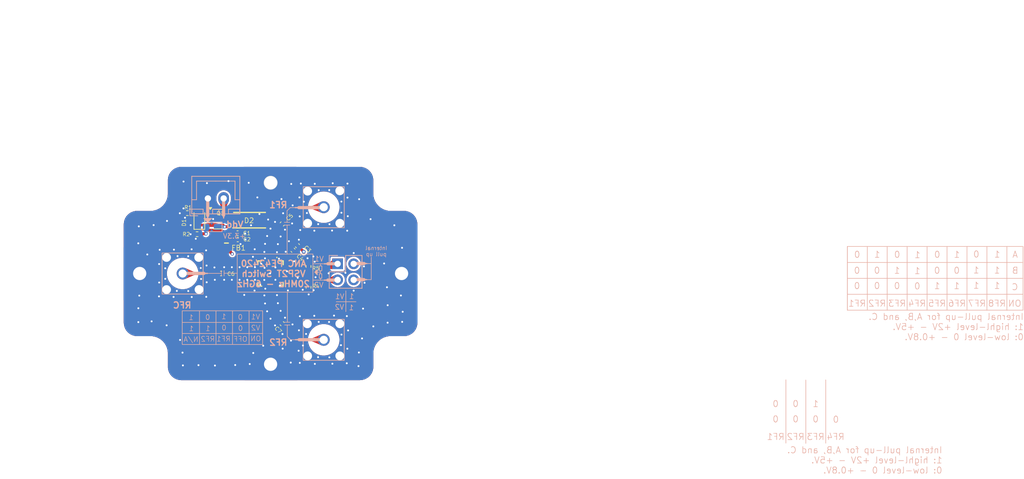
<source format=kicad_pcb>
(kicad_pcb (version 20240108) (generator "pcbnew") (generator_version "8.0")
  (layers (0 "F.Cu" signal) (1 "In1.Cu" signal) (2 "In2.Cu" signal) (31 "B.Cu" signal) (34 "B.Paste" user) (35 "F.Paste" user) (36 "B.SilkS" user "B.Silkscreen") (37 "F.SilkS" user "F.Silkscreen") (38 "B.Mask" user) (39 "F.Mask" user) (44 "Edge.Cuts" user))
  (net 0 "")
  (net 1 "Net-(C7-Pad1)")
  (net 2 "GND")
  (net 3 "Net-(D1-K)")
  (net 4 "Net-(IC1-RF2)")
  (net 5 "Net-(IC1-CTRL2)")
  (net 6 "Net-(C5-Pad1)")
  (net 7 "Net-(C6-Pad1)")
  (net 8 "Net-(IC1-CTRL1)")
  (net 9 "Net-(IC1-RFC)")
  (net 10 "Net-(IC1-RF1)")
  (net 11 "/VCC")
  (net 12 "Net-(D1-A)")
  (net 13 "Net-(D3-A)")
  (net 14 "Net-(J1-Pin_2)")
  (footprint "MUSIC_Lab:Outline_3x2_cavity_1.5mm" (layer "F.Cu") (at 193.868178 82.747485 180)
    (property "Reference" "U4" (hide yes))
    (property "Value" "~" (hide yes))
    (fp_circle (center 70.163748 -11.081921) (end 70.163748 -12.131921) (stroke (width 0.1)) (fill none) (layer "Edge.Cuts"))
    (fp_poly (pts (arc (start 53.907539 -10.683414) (mid 54.522614 -9.198523) (end 56.007491 -8.583414)) (arc (start 84.347539 -8.583413) (mid 85.832429 -9.198514) (end 86.447539 -10.683401)) (arc (start 86.447539 -12.783401) (mid 87.267035 -14.754369) (end 89.242316 -15.563414)) (arc (start 91.327539 -15.563414) (mid 92.812429 -16.178514) (end 93.427539 -17.663401)) (arc (start 93.427539 -33.319696) (mid 92.806647 -34.794049) (end 91.327491 -35.403414)) (arc (start 89.227491 -35.403414) (mid 87.26178 -36.217689) (end 86.447539 -38.183414)) (arc (start 86.447539 -40.266906) (mid 85.838239 -41.762457) (end 84.347491 -42.383415)) (arc (start 55.994958 -42.383414) (mid 54.518224 -41.763835) (end 53.907539 -40.283401)) (arc (start 53.907539 -38.1834) (mid 53.093262 -36.217681) (end 51.127539 -35.403414)) (arc (start 49.014958 -35.403414) (mid 47.538224 -34.783835) (end 46.927539 -33.303401)) (arc (start 46.927539 -17.663414) (mid 47.542614 -16.178523) (end 49.027491 -15.563414)) (arc (start 51.127391 -15.563414) (mid 53.086569 -14.755788) (end 53.907539 -12.802164))) (stroke (width 0.0001)) (fill none) (layer "Edge.Cuts"))
  )
  (footprint "Package_TO_SOT_SMD:SOT-23" (layer "F.Cu") (at 115.3027 99.592101)
    (property "Reference" "Q1")
    (property "Value" "Q_PMOS_GSD")
  )
  (footprint "MUSIC_Lab:TVS DIOM5226X230N" (layer "F.Cu") (at 120.280001 99.83)
    (property "Reference" "D2")
    (property "Value" "TVS SMAJ3.3A-TP" (hide yes))
  )
  (footprint "Diode_SMD:D_SOD-323" (layer "F.Cu") (at 112.410201 99.6146 90)
    (property "Reference" "D1")
    (property "Value" "D_Schottky")
  )
  (footprint "Resistor_SMD:R_0402_1005Metric" (layer "F.Cu") (at 129.710012 107.109483 -90)
    (property "Reference" "R5")
    (property "Value" "4.7K")
  )
  (footprint "Capacitor_SMD:C_0402_1005Metric" (layer "F.Cu") (at 115.860013 108.2309)
    (property "Reference" "C6")
    (property "Value" "100 pF")
  )
  (footprint "Resistor_SMD:R_0402_1005Metric" (layer "F.Cu") (at 129.710013 110.419483 90)
    (property "Reference" "R4")
    (property "Value" "4.7K")
  )
  (footprint "Resistor_SMD:R_0402_1005Metric" (layer "F.Cu") (at 110.5 98.65)
    (property "Reference" "R1")
    (property "Value" "10 kohm")
  )
  (footprint "Capacitor_SMD:C_0402_1005Metric" (layer "F.Cu") (at 127.252893 104.541249 -45)
    (property "Reference" "C4")
    (property "Value" "0.1nF")
  )
  (footprint "Capacitor_SMD:C_0402_1005Metric" (layer "F.Cu") (at 125.540012 100.369483 -135)
    (property "Reference" "C5")
    (property "Value" "100 pF")
  )
  (footprint "MUSIC_Lab:Bead0603 BEADC1608X100N" (layer "F.Cu") (at 116.700201 103.404601 -90)
    (property "Reference" "FB1")
    (property "Value" "Bead MG1608-152Y" (hide yes))
  )
  (footprint "Capacitor_SMD:C_0402_1005Metric" (layer "F.Cu") (at 118.460201 101.8246 180)
    (property "Reference" "C1")
    (property "Value" "10 uF")
  )
  (footprint "Capacitor_SMD:C_0402_1005Metric" (layer "F.Cu") (at 125.530012 116.189483 135)
    (property "Reference" "C7")
    (property "Value" "100 pF")
  )
  (footprint "MUSIC_Lab:Switch_PE42420FZ" (layer "F.Cu") (at 123.690638 108.230899 180)
    (property "Reference" "IC1" (hide yes))
    (property "Value" "Switch_PE42420F-Z" (hide yes))
  )
  (footprint "Capacitor_SMD:C_0402_1005Metric" (layer "F.Cu") (at 118.490201 102.8346 180)
    (property "Reference" "C2")
    (property "Value" "1uF")
  )
  (footprint "Resistor_SMD:R_0402_1005Metric" (layer "F.Cu") (at 112.05 101.99)
    (property "Reference" "R2")
    (property "Value" "10 kohm")
  )
  (footprint "Capacitor_SMD:C_0402_1005Metric" (layer "F.Cu") (at 127.96 103.82 -45)
    (property "Reference" "C3")
    (property "Value" "0.1 uF")
  )
  (footprint "Connector_PinSocket_2.54mm:PinSocket_2x02_P2.54mm_Vertical" (layer "B.Cu") (at 134.320012 106.699484 180)
    (property "Reference" "J4" (hide yes))
    (property "Value" "Conn_02x02_Odd_Even")
  )
  (footprint "MUSIC_Lab:SMA_KHD_Back" (layer "B.Cu") (at 109.760012 108.230899 180)
    (property "Reference" "SMA1" (hide yes))
    (property "Value" "~" (hide yes))
  )
  (footprint "MUSIC_Lab:SMA_KHD_Back" (layer "B.Cu") (at 132.120012 97.711483 -90)
    (property "Reference" "SMA3" (hide yes))
    (property "Value" "~" (hide yes))
  )
  (footprint "LED_SMD:LED_0603_1608Metric_Pad1.05x0.95mm_HandSolder" (layer "B.Cu") (at 114.355001 100.84 180)
    (property "Reference" "D3" (hide yes))
    (property "Value" "LED")
  )
  (footprint "Connector_JST:JST_XH_B2B-XH-A_1x02_P2.50mm_Vertical" (layer "B.Cu") (at 113.76 96.32)
    (property "Reference" "J1" (hide yes))
    (property "Value" "Conn_01x02_Pin")
  )
  (footprint "MUSIC_Lab:SMA_KHD_Back" (layer "B.Cu") (at 132.120013 118.749483)
    (property "Reference" "SMA4" (hide yes))
    (property "Value" "~" (hide yes))
  )
  (gr_line (start 205.360002 135.139999) (end 205.36 125.089999) (stroke (width 0.1)) (layer "B.SilkS"))
  (gr_line (start 116.330279 107.767945) (end 116.330278 108.617228) (stroke (width 0.1)) (layer "B.SilkS"))
  (gr_line (start 131.61 108.27) (end 131.61 107.8) (stroke (width 0.1)) (layer "B.SilkS"))
  (gr_line (start 218.260002 113.989999) (end 218.26 103.939999) (stroke (width 0.1)) (layer "B.SilkS"))
  (gr_line (start 134.430013 106.682884) (end 132.778213 106.682884) (stroke (width 0.5)) (layer "B.SilkS"))
  (gr_line (start 234.058195 113.984999) (end 234.058193 103.934999) (stroke (width 0.1)) (layer "B.SilkS"))
  (gr_line (start 115.039998 119.489999) (end 115.039998 114.181248) (stroke (width 0.1)) (layer "B.SilkS"))
  (gr_line (start 127.666813 118.729383) (end 126.847812 118.729383) (stroke (width 0.1)) (layer "B.SilkS"))
  (gr_line (start 116.340012 108.189483) (end 118.350013 108.189483) (stroke (width 0.1)) (layer "B.SilkS"))
  (gr_line (start 132.230013 109.279484) (end 130.41 109.28) (stroke (width 0.1)) (layer "B.SilkS"))
  (gr_line (start 131.145 108.02) (end 131.6 108.02) (stroke (width 0.1)) (layer "B.SilkS"))
  (gr_line (start 131.646813 118.729383) (end 128.217812 118.729384) (stroke (width 0.5)) (layer "B.SilkS"))
  (gr_line (start 116.2534 96.16) (end 116.2534 98.99) (stroke (width 0.5)) (layer "B.SilkS"))
  (gr_line (start 215.120001 111.532499) (end 242.904026 111.5325) (stroke (width 0.1)) (layer "B.SilkS"))
  (gr_line (start 112.429998 119.469999) (end 112.429998 114.178748) (stroke (width 0.1)) (layer "B.SilkS"))
  (gr_line (start 109.724862 115.989999) (end 122.459998 115.989999) (stroke (width 0.1)) (layer "B.SilkS"))
  (gr_line (start 138.491812 109.199484) (end 136.840012 109.199484) (stroke (width 0.5)) (layer "B.SilkS"))
  (gr_poly (pts (xy 118.41406 105.142956) (xy 130.40406 105.142954) (xy 130.40406 111.182954) (xy 118.41406 111.182956)) (stroke (width 0.1)) (fill none) (layer "B.SilkS"))
  (gr_line (start 109.700011 108.21232) (end 113.129013 108.21232) (stroke (width 0.5)) (layer "B.SilkS"))
  (gr_rect (start 131.41 108.27) (end 131.81 108.99) (stroke (width 0.1)) (fill none) (layer "B.SilkS"))
  (gr_line (start 126.769028 116.39975) (end 125.919746 116.399747) (stroke (width 0.1)) (layer "B.SilkS"))
  (gr_line (start 128.217812 118.729384) (end 127.66321 118.729385) (stroke (width 0.2)) (layer "B.SilkS"))
  (gr_line (start 135.62 110.979999) (end 135.62 114.28) (stroke (width 0.1)) (layer "B.SilkS"))
  (gr_line (start 138.515912 106.649483) (end 138.944115 106.649483) (stroke (width 0.2)) (layer "B.SilkS"))
  (gr_line (start 230.8975 114) (end 230.8975 103.949999) (stroke (width 0.1)) (layer "B.SilkS"))
  (gr_line (start 126.730279 100.109215) (end 125.880996 100.109217) (stroke (width 0.1)) (layer "B.SilkS"))
  (gr_poly (pts (xy 131.079095 108.405991) (xy 131.079095 107.635991) (xy 130.709095 108.013591)) (stroke (width 0.15)) (fill solid) (layer "B.SilkS"))
  (gr_line (start 116.2534 98.99) (end 116.2534 99.4182) (stroke (width 0.2)) (layer "B.SilkS"))
  (gr_poly (pts (xy 215.094027 103.939999) (xy 242.944028 103.939999) (xy 242.944027 114.049999) (xy 215.094028 114.049999)) (stroke (width 0.1)) (fill none) (layer "B.SilkS"))
  (gr_line (start 126.318473 100.559214) (end 126.318473 105.159484) (stroke (width 0.1)) (layer "B.SilkS"))
  (gr_line (start 113.129013 108.21232) (end 113.683613 108.21232) (stroke (width 0.2)) (layer "B.SilkS"))
  (gr_line (start 138.515912 106.649483) (end 136.864112 106.649483) (stroke (width 0.5)) (layer "B.SilkS"))
  (gr_line (start 126.342156 118.223725) (end 126.842227 118.723796) (stroke (width 0.1)) (layer "B.SilkS"))
  (gr_line (start 128.180012 97.779484) (end 127.62541 97.779481) (stroke (width 0.2)) (layer "B.SilkS"))
  (gr_line (start 240.379582 114.059997) (end 240.379582 103.95) (stroke (width 0.1)) (layer "B.SilkS"))
  (gr_line (start 126.343437 118.219382) (end 126.343438 116.399652) (stroke (width 0.1)) (layer "B.SilkS"))
  (gr_line (start 215.094027 114.019999) (end 215.094027 103.969999) (stroke (width 0.1)) (layer "B.SilkS"))
  (gr_line (start 127.629012 97.779484) (end 126.810012 97.779483) (stroke (width 0.1)) (layer "B.SilkS"))
  (gr_line (start 132.658212 109.279483) (end 132.230013 109.279484) (stroke (width 0.2)) (layer "B.SilkS"))
  (gr_line (start 117.659998 119.469999) (end 117.659998 114.169999) (stroke (width 0.1)) (layer "B.SilkS"))
  (gr_line (start 211.676111 135.15) (end 211.676113 125.099999) (stroke (width 0.1)) (layer "B.SilkS"))
  (gr_line (start 215.110002 106.477499) (end 242.944025 106.477499) (stroke (width 0.1)) (layer "B.SilkS"))
  (gr_line (start 131.62 106.7) (end 131.62 107.03) (stroke (width 0.1)) (layer "B.SilkS"))
  (gr_line (start 126.759296 115.959483) (end 125.910012 115.959483) (stroke (width 0.1)) (layer "B.SilkS"))
  (gr_line (start 126.305637 98.289484) (end 126.305638 100.109215) (stroke (width 0.1)) (layer "B.SilkS"))
  (gr_line (start 120.289998 119.479999) (end 120.289998 114.183749) (stroke (width 0.1)) (layer "B.SilkS"))
  (gr_line (start 126.740013 100.549483) (end 125.89073 100.54948) (stroke (width 0.1)) (layer "B.SilkS"))
  (gr_line (start 138.844114 109.199482) (end 139.630012 109.199484) (stroke (width 0.1)) (layer "B.SilkS"))
  (gr_line (start 138.944115 106.649483) (end 139.630012 106.649483) (stroke (width 0.1)) (layer "B.SilkS"))
  (gr_line (start 134.420011 109.272883) (end 132.768213 109.272884) (stroke (width 0.5)) (layer "B.SilkS"))
  (gr_line (start 131.609012 97.779484) (end 128.180012 97.779484) (stroke (width 0.5)) (layer "B.SilkS"))
  (gr_rect (start 131.42 107.03) (end 131.82 107.78) (stroke (width 0.1)) (fill none) (layer "B.SilkS"))
  (gr_poly (pts (xy 114.330428 99.5) (xy 113.150428 99.5) (xy 113.718028 100.070001)) (stroke (width 0.15)) (fill solid) (layer "B.SilkS"))
  (gr_line (start 139.65 109.2) (end 139.65 105.63) (stroke (width 0.1)) (layer "B.SilkS"))
  (gr_poly (pts (xy 109.695136 114.143748) (xy 122.435137 114.143748) (xy 122.435136 119.483748) (xy 109.695137 119.483748)) (stroke (width 0.1)) (fill none) (layer "B.SilkS"))
  (gr_line (start 224.576111 114) (end 224.576113 103.949999) (stroke (width 0.1)) (layer "B.SilkS"))
  (gr_line (start 109.719998 117.739999) (end 122.445134 117.739999) (stroke (width 0.1)) (layer "B.SilkS"))
  (gr_line (start 126.356273 115.949652) (end 126.356274 111.219483) (stroke (width 0.1)) (layer "B.SilkS"))
  (gr_line (start 131.61 109.27) (end 131.61 108.99) (stroke (width 0.1)) (layer "B.SilkS"))
  (gr_line (start 221.41542 114.029998) (end 221.415418 103.979999) (stroke (width 0.1)) (layer "B.SilkS"))
  (gr_line (start 113.73 96.160999) (end 113.73 99.04) (stroke (width 0.5)) (layer "B.SilkS"))
  (gr_line (start 137.23 112.71) (end 134.1 112.71) (stroke (width 0.1)) (layer "B.SilkS"))
  (gr_line (start 138.491812 109.199484) (end 138.920014 109.199483) (stroke (width 0.2)) (layer "B.SilkS"))
  (gr_line (start 126.304355 98.285141) (end 126.804427 97.785071) (stroke (width 0.1)) (layer "B.SilkS"))
  (gr_line (start 113.680011 108.21232) (end 115.900014 108.21232) (stroke (width 0.1)) (layer "B.SilkS"))
  (gr_line (start 215.120001 109.004999) (end 242.934025 109.005) (stroke (width 0.1)) (layer "B.SilkS"))
  (gr_line (start 132.240012 106.689484) (end 130.42 106.689484) (stroke (width 0.1)) (layer "B.SilkS"))
  (gr_line (start 237.218889 114.05) (end 237.218889 103.969999) (stroke (width 0.1)) (layer "B.SilkS"))
  (gr_line (start 208.51542 135.179998) (end 208.515418 125.129999) (stroke (width 0.1)) (layer "B.SilkS"))
  (gr_line (start 113.73 98.93) (end 113.729999 99.500001) (stroke (width 0.2)) (layer "B.SilkS"))
  (gr_line (start 227.736807 114.014999) (end 227.736807 103.964999) (stroke (width 0.1)) (layer "B.SilkS"))
  (gr_line (start 132.668212 106.689484) (end 132.240012 106.689484) (stroke (width 0.2)) (layer "B.SilkS"))
  (gr_line (start 115.890012 107.777679) (end 115.890012 108.626961) (stroke (width 0.1)) (layer "B.SilkS"))
  (gr_text "RF3" (at 224.442581 113.56 0) (layer "B.SilkS") (effects (font (size 1 1) (thickness 0.1)) (justify left bottom mirror)))
  (gr_text "0" (at 226.720001 110.819998 0) (layer "B.SilkS") (effects (font (size 1 1) (thickness 0.1)) (justify left bottom mirror)))
  (gr_text "0" (at 119.359998 117.38625 0) (layer "B.SilkS") (effects (font (size 0.8 0.8) (thickness 0.08)) (justify left bottom mirror)))
  (gr_text "A" (at 242.184026 105.8 0) (layer "B.SilkS") (effects (font (size 1 1) (thickness 0.1)) (justify left bottom mirror)))
  (gr_text "1" (at 111.529998 115.669999 0) (layer "B.SilkS") (effects (font (size 0.8 0.8) (thickness 0.08)) (justify left bottom mirror)))
  (gr_text "0" (at 207.440002 131.909999 0) (layer "B.SilkS") (effects (font (size 1 1) (thickness 0.1)) (justify left bottom mirror)))
  (gr_text "V1" (at 122.079998 115.569999 0) (layer "B.SilkS") (effects (font (size 0.8 0.8) (thickness 0.08)) (justify left bottom mirror)))
  (gr_text "0" (at 232.970001 108.339999 0) (layer "B.SilkS") (effects (font (size 1 1) (thickness 0.1)) (justify left bottom mirror)))
  (gr_text "Vdd" (at 119.5 101.05 0) (layer "B.SilkS") (effects (font (size 1 1) (thickness 0.2) (bold yes)) (justify left bottom mirror)))
  (gr_text "1" (at 236.060001 108.289999 0) (layer "B.SilkS") (effects (font (size 1 1) (thickness 0.1)) (justify left bottom mirror)))
  (gr_text "0" (at 204.269999 131.92 0) (layer "B.SilkS") (effects (font (size 1 1) (thickness 0.1)) (justify left bottom mirror)))
  (gr_text "1" (at 239.380001 105.779999 0) (layer "B.SilkS") (effects (font (size 1 1) (thickness 0.1)) (justify left bottom mirror)))
  (gr_text "V2" (at 135.4 114.02 0) (layer "B.SilkS") (effects (font (size 0.8 0.8) (thickness 0.1)) (justify left bottom mirror)))
  (gr_text "1" (at 239.36 108.31 0) (layer "B.SilkS") (effects (font (size 1 1) (thickness 0.1)) (justify left bottom mirror)))
  (gr_text "Internal pull-up for A,B, and C.\n1: highl-level +2V - +5V.\n0: low-level 0 - +0.8V." (at 243.104027 118.889998 0) (layer "B.SilkS") (effects (font (size 1 1) (thickness 0.1)) (justify left bottom mirror)))
  (gr_text "1" (at 223.510002 108.339999 0) (layer "B.SilkS") (effects (font (size 1 1) (thickness 0.1)) (justify left bottom mirror)))
  (gr_text "RF8" (at 240.274028 113.559999 0) (layer "B.SilkS") (effects (font (size 1 1) (thickness 0.1)) (justify left bottom mirror)))
  (gr_text "1" (at 136.935032 114.109023 0) (layer "B.SilkS") (effects (font (size 0.8 0.8) (thickness 0.1)) (justify left bottom mirror)))
  (gr_text "C" (at 242.214027 110.949999 0) (layer "B.SilkS") (effects (font (size 1 1) (thickness 0.1)) (justify left bottom mirror)))
  (gr_text "0" (at 236.080002 105.76 0) (layer "B.SilkS") (effects (font (size 1 1) (thickness 0.1)) (justify left bottom mirror)))
  (gr_text "0" (at 220.339999 108.33 0) (layer "B.SilkS") (effects (font (size 1 1) (thickness 0.1)) (justify left bottom mirror)))
  (gr_text "+3.3V" (at 119.81 102.76 0) (layer "B.SilkS") (effects (font (size 0.8 0.8) (thickness 0.1)) (justify left bottom mirror)))
  (gr_text "0" (at 114.159998 115.64 0) (layer "B.SilkS") (effects (font (size 0.8 0.8) (thickness 0.08)) (justify left bottom mirror)))
  (gr_text "RF4" (at 227.608871 113.559999 0) (layer "B.SilkS") (effects (font (size 1 1) (thickness 0.1)) (justify left bottom mirror)))
  (gr_text "RFC" (at 111.24 113.85 0) (layer "B.SilkS") (effects (font (size 1 1) (thickness 0.2) (bold yes)) (justify left bottom mirror)))
  (gr_text "V1" (at 132.18 106.38 0) (layer "B.SilkS") (effects (font (size 0.8 0.8) (thickness 0.1)) (justify left bottom mirror)))
  (gr_text "RF2" (at 221.276293 113.56 0) (layer "B.SilkS") (effects (font (size 1 1) (thickness 0.1)) (justify left bottom mirror)))
  (gr_text "1" (at 220.360001 105.799999 0) (layer "B.SilkS") (effects (font (size 1 1) (thickness 0.1)) (justify left bottom mirror)))
  (gr_text "0" (at 223.509999 110.77 0) (layer "B.SilkS") (effects (font (size 1 1) (thickness 0.1)) (justify left bottom mirror)))
  (gr_text "1" (at 232.99 105.81 0) (layer "B.SilkS") (effects (font (size 1 1) (thickness 0.1)) (justify left bottom mirror)))
  (gr_text "0" (at 210.609999 131.92 0) (layer "B.SilkS") (effects (font (size 1 1) (thickness 0.1)) (justify left bottom mirror)))
  (gr_text "1" (at 116.72 115.53 0) (layer "B.SilkS") (effects (font (size 0.8 0.8) (thickness 0.08)) (justify left bottom mirror)))
  (gr_text "RF1" (at 205.210002 134.709999 0) (layer "B.SilkS") (effects (font (size 1 1) (thickness 0.1)) (justify left bottom mirror)))
  (gr_text "0" (at 116.749998 117.299999 0) (layer "B.SilkS") (effects (font (size 0.8 0.8) (thickness 0.08)) (justify left bottom mirror)))
  (gr_text "RF2" (at 126.45 119.75 0) (layer "B.SilkS") (effects (font (size 1 1) (thickness 0.2) (bold yes)) (justify left bottom mirror)))
  (gr_text "RF6" (at 233.941449 113.559999 0) (layer "B.SilkS") (effects (font (size 1 1) (thickness 0.1)) (justify left bottom mirror)))
  (gr_text "0" (at 229.860002 108.339999 0) (layer "B.SilkS") (effects (font (size 1 1) (thickness 0.1)) (justify left bottom mirror)))
  (gr_text "RF1" (at 218.110002 113.559999 0) (layer "B.SilkS") (effects (font (size 1 1) (thickness 0.1)) (justify left bottom mirror)))
  (gr_text "RF2" (at 114.919998 119.089999 0) (layer "B.SilkS") (effects (font (size 0.8 0.8) (thickness 0.08)) (justify left bottom mirror)))
  (gr_text "RF4" (at 214.708871 134.709999 0) (layer "B.SilkS") (effects (font (size 1 1) (thickness 0.1)) (justify left bottom mirror)))
  (gr_text "RF2" (at 208.376293 134.71 0) (layer "B.SilkS") (effects (font (size 1 1) (thickness 0.1)) (justify left bottom mirror)))
  (gr_text "ON" (at 122.229997 119.039999 0) (layer "B.SilkS") (effects (font (size 0.8 0.8) (thickness 0.08)) (justify left bottom mirror)))
  (gr_text "Internal\npull up" (at 140.45 105.52 0) (layer "B.SilkS") (effects (font (size 0.6 0.6) (thickness 0.08)) (justify bottom mirror)))
  (gr_text "1" (at 236.059999 110.719999 0) (layer "B.SilkS") (effects (font (size 1 1) (thickness 0.1)) (justify left bottom mirror)))
  (gr_text "0" (at 217.169999 110.77 0) (layer "B.SilkS") (effects (font (size 1 1) (thickness 0.1)) (justify left bottom mirror)))
  (gr_text "N/A" (at 112.319997 119.139999 0) (layer "B.SilkS") (effects (font (size 0.8 0.8) (thickness 0.08)) (justify left bottom mirror)))
  (gr_text "0" (at 213.820001 131.969998 0) (layer "B.SilkS") (effects (font (size 1 1) (thickness 0.1)) (justify left bottom mirror)))
  (gr_text "0" (at 204.270002 129.489999 0) (layer "B.SilkS") (effects (font (size 1 1) (thickness 0.1)) (justify left bottom mirror)))
  (gr_text "V2" (at 122.099998 117.319999 0) (layer "B.SilkS") (effects (font (size 0.8 0.8) (thickness 0.08)) (justify left bottom mirror)))
  (gr_text "1" (at 232.969999 110.77 0) (layer "B.SilkS") (effects (font (size 1 1) (thickness 0.1)) (justify left bottom mirror)))
  (gr_text "OFF" (at 120.079997 119.099999 0) (layer "B.SilkS") (effects (font (size 0.8 0.8) (thickness 0.08)) (justify left bottom mirror)))
  (gr_text "RF1" (at 117.409997 119.069999 0) (layer "B.SilkS") (effects (font (size 0.8 0.8) (thickness 0.08)) (justify left bottom mirror)))
  (gr_text "ON" (at 242.734027 113.559999 0) (layer "B.SilkS") (effects (font (size 1 1) (thickness 0.1)) (justify left bottom mirror)))
  (gr_text "1" (at 239.360002 110.739999 0) (layer "B.SilkS") (effects (font (size 1 1) (thickness 0.1)) (justify left bottom mirror)))
  (gr_text "1" (at 210.610002 129.489999 0) (layer "B.SilkS") (effects (font (size 1 1) (thickness 0.1)) (justify left bottom mirror)))
  (gr_text "0" (at 119.33 115.616249 0) (layer "B.SilkS") (effects (font (size 0.8 0.8) (thickness 0.08)) (justify left bottom mirror)))
  (gr_text "1" (at 111.559998 117.439999 0) (layer "B.SilkS") (effects (font (size 0.8 0.8) (thickness 0.08)) (justify left bottom mirror)))
  (gr_text "1" (at 136.975031 112.329023 0) (layer "B.SilkS") (effects (font (size 0.8 0.8) (thickness 0.1)) (justify left bottom mirror)))
  (gr_text "1" (at 226.720001 108.389999 0) (layer "B.SilkS") (effects (font (size 1 1) (thickness 0.1)) (justify left bottom mirror)))
  (gr_text "0" (at 207.439999 129.48 0) (layer "B.SilkS") (effects (font (size 1 1) (thickness 0.1)) (justify left bottom mirror)))
  (gr_text "1" (at 114.189998 117.409999 0) (layer "B.SilkS") (effects (font (size 0.8 0.8) (thickness 0.08)) (justify left bottom mirror)))
  (gr_text "V2" (at 132.14 110.52 0) (layer "B.SilkS") (effects (font (size 0.8 0.8) (thickness 0.1)) (justify left bottom mirror)))
  (gr_text "RF7" (at 237.107736 113.56 0) (layer "B.SilkS") (effects (font (size 1 1) (thickness 0.1)) (justify left bottom mirror)))
  (gr_text "B" (at 242.264028 108.329999 0) (layer "B.SilkS") (effects (font (size 1 1) (thickness 0.1)) (justify left bottom mirror)))
  (gr_text "0" (at 229.880001 105.809999 0) (layer "B.SilkS") (effects (font (size 1 1) (thickness 0.1)) (justify left bottom mirror)))
  (gr_text "0" (at 217.190001 105.809999 0) (layer "B.SilkS") (effects (font (size 1 1) (thickness 0.1)) (justify left bottom mirror)))
  (gr_text "0" (at 217.170002 108.339999 0) (layer "B.SilkS") (effects (font (size 1 1) (thickness 0.1)) (justify left bottom mirror)))
  (gr_text "V1" (at 135.44 112.35 0) (layer "B.SilkS") (effects (font (size 0.8 0.8) (thickness 0.1)) (justify left bottom mirror)))
  (gr_text "1" (at 229.859999 110.77 0) (layer "B.SilkS") (effects (font (size 1 1) (thickness 0.1)) (justify left bottom mirror)))
  (gr_text "RF1" (at 126.45 97.94 0) (layer "B.SilkS") (effects (font (size 1 1) (thickness 0.2) (bold yes)) (justify left bottom mirror)))
  (gr_text "RF3" (at 211.542581 134.71 0) (layer "B.SilkS") (effects (font (size 1 1) (thickness 0.1)) (justify left bottom mirror)))
  (gr_text "0" (at 220.340002 110.759999 0) (layer "B.SilkS") (effects (font (size 1 1) (thickness 0.1)) (justify left bottom mirror)))
  (gr_text "1" (at 226.740001 105.859999 0) (layer "B.SilkS") (effects (font (size 1 1) (thickness 0.1)) (justify left bottom mirror)))
  (gr_text "Internal pull-up for A,B, and C.\n1: highl-level +2V - +5V.\n0: low-level 0 - +0.8V." (at 230.204027 140.039998 0) (layer "B.SilkS") (effects (font (size 1 1) (thickness 0.1)) (justify left bottom mirror)))
  (gr_text "0" (at 223.530001 105.809999 0) (layer "B.SilkS") (effects (font (size 1 1) (thickness 0.1)) (justify left bottom mirror)))
  (gr_text "ANC PE42420\nVSP2T Switch\n20MHz - 6GHz" (at 124.17406 110.462956 0) (layer "B.SilkS") (effects (font (size 1 1) (thickness 0.2) (bold yes)) (justify bottom mirror)))
  (gr_text "RF5" (at 230.77516 113.559999 0) (layer "B.SilkS") (effects (font (size 1 1) (thickness 0.1)) (justify left bottom mirror)))
  (segment (start 129.660206 118.749483) (end 132.120013 118.749483) (width 0.43) (layer "F.Cu") (net 1))
  (segment (start 126.979718 117.639189) (end 125.869424 116.528895) (width 0.43) (layer "F.Cu") (net 1))
  (arc (start 126.979718 117.639189) (mid 128.209537 118.460927) (end 129.660206 118.749483) (width 0.43) (layer "F.Cu") (net 1))
  (via (at 117.560012 109.2309) (size 0.5) (drill 0.3) (layers "F.Cu" "B.Cu") (net 2))
  (via (at 127.110012 100.289483) (size 0.5) (drill 0.3) (layers "F.Cu" "B.Cu") (net 2))
  (via (at 135.840012 101.439483) (size 0.5) (drill 0.3) (layers "F.Cu" "B.Cu") (net 2))
  (via (at 123.148866 114.228854) (size 0.5) (drill 0.3) (layers "F.Cu" "B.Cu") (net 2))
  (via (at 114.800012 107.269483) (size 0.5) (drill 0.3) (layers "F.Cu" "B.Cu") (net 2))
  (via (at 130.620012 114.939484) (size 0.5) (drill 0.3) (layers "F.Cu" "B.Cu") (net 2))
  (via (at 106.010012 111.859484) (size 0.5) (drill 0.3) (layers "F.Cu" "B.Cu") (net 2))
  (via (at 122.700012 109.249483) (size 0.5) (drill 0.3) (layers "F.Cu" "B.Cu") (net 2))
  (via (at 128.340012 115.009484) (size 0.5) (drill 0.3) (layers "F.Cu" "B.Cu") (net 2))
  (via (at 105.16 100.55) (size 0.5) (drill 0.3) (layers "F.Cu" "B.Cu") (net 2))
  (via (at 130.700012 93.999483) (size 0.5) (drill 0.3) (layers "F.Cu" "B.Cu") (net 2))
  (via (at 106.030012 106.729483) (size 0.5) (drill 0.3) (layers "F.Cu" "B.Cu") (net 2))
  (via (at 124.401486 116.464316) (size 0.5) (drill 0.3) (layers "F.Cu" "B.Cu") (net 2))
  (via (at 135.980013 117.259483) (size 0.5) (drill 0.3) (layers "F.Cu" "B.Cu") (net 2))
  (via (at 138.19 118.53) (size 0.5) (drill 0.3) (layers "F.Cu" "B.Cu") (net 2))
  (via (at 144.63 114.3) (size 0.5) (drill 0.3) (layers "F.Cu" "B.Cu") (net 2))
  (via (at 113.550013 106.969483) (size 0.5) (drill 0.3) (layers "F.Cu" "B.Cu") (net 2))
  (via (at 125.180012 110.119483) (size 0.5) (drill 0.3) (layers "F.Cu" "B.Cu") (net 2))
  (via (at 129.320012 117.819483) (size 0.5) (drill 0.3) (layers "F.Cu" "B.Cu") (net 2))
  (via (at 102.73 103.44) (size 0.5) (drill 0.3) (layers "F.Cu" "B.Cu") (net 2))
  (via (at 142.24 116.03) (size 0.5) (drill 0.3) (layers "F.Cu" "B.Cu") (net 2))
  (via (at 134.850012 119.599484) (size 0.5) (drill 0.3) (layers "F.Cu" "B.Cu") (net 2))
  (via (at 128.970013 96.839483) (size 0.5) (drill 0.3) (layers "F.Cu" "B.Cu") (net 2))
  (via (at 139.98 116.62) (size 0.5) (drill 0.3) (layers "F.Cu" "B.Cu") (net 2))
  (via (at 135.930012 99.139483) (size 0.5) (drill 0.3) (layers "F.Cu" "B.Cu") (net 2))
  (via (at 118.09 122.75) (size 0.5) (drill 0.3) (layers "F.Cu" "B.Cu") (net 2))
  (via (at 128.490012 93.959483) (size 0.5) (drill 0.3) (layers "F.Cu" "B.Cu") (net 2))
  (via (at 125.284979 114.152645) (size 0.5) (drill 0.3) (layers "F.Cu" "B.Cu") (net 2))
  (via (at 141.69 106.64) (size 0.5) (drill 0.3) (layers "F.Cu" "B.Cu") (net 2))
  (via (at 113.570013 109.619483) (size 0.5) (drill 0.3) (layers "F.Cu" "B.Cu") (net 2))
  (via (at 110.13 99.38) (size 0.5) (drill 0.3) (layers "F.Cu" "B.Cu") (net 2))
  (via (at 128.140012 120.479483) (size 0.5) (drill 0.3) (layers "F.Cu" "B.Cu") (net 2))
  (via (at 130.630012 101.439483) (size 0.5) (drill 0.3) (layers "F.Cu" "B.Cu") (net 2))
  (via (at 121.18 104.38) (size 0.5) (drill 0.3) (layers "F.Cu" "B.Cu") (net 2))
  (via (at 138.490013 107.099483) (size 0.5) (drill 0.3) (layers "F.Cu" "B.Cu") (net 2))
  (via (at 107.28 99.89) (size 0.5) (drill 0.3) (layers "F.Cu" "B.Cu") (net 2))
  (via (at 130.68 106.36) (size 0.5) (drill 0.3) (layers "F.Cu" "B.Cu") (net 2))
  (via (at 128.190012 117.239484) (size 0.5) (drill 0.3) (layers "F.Cu" "B.Cu") (net 2))
  (via (at 108.380013 104.449483) (size 0.5) (drill 0.3) (layers "F.Cu" "B.Cu") (net 2))
  (via (at 137.69 120.76) (size 0.5) (drill 0.3) (layers "F.Cu" "B.Cu") (net 2))
  (via (at 130.480012 105.529484) (size 0.5) (drill 0.3) (layers "F.Cu" "B.Cu") (net 2))
  (via (at 133.010012 121.529483) (size 0.5) (drill 0.3) (layers "F.Cu" "B.Cu") (net 2))
  (via (at 125.284356 102.357736) (size 0.5) (drill 0.3) (layers "F.Cu" "B.Cu") (net 2))
  (via (at 131.320011 115.909483) (size 0.5) (drill 0.3) (layers "F.Cu" "B.Cu") (net 2))
  (via (at 133.490012 122.539484) (size 0.5) (drill 0.3) (layers "F.Cu" "B.Cu") (net 2))
  (via (at 122.71024 111.704181) (size 0.5) (drill 0.3) (layers "F.Cu" "B.Cu") (net 2))
  (via (at 128.820012 119.649483) (size 0.5) (drill 0.3) (layers "F.Cu" "B.Cu") (net 2))
  (via (at 135.860012 120.159483) (size 0.5) (drill 0.3) (layers "F.Cu" "B.Cu") (net 2))
  (via (at 131.240012 100.399483) (size 0.5) (drill 0.3) (layers "F.Cu" "B.Cu") (net 2))
  (via (at 109.74 120.78) (size 0.5) (drill 0.3) (layers "F.Cu" "B.Cu") (net 2))
  (via (at 137.73 96.44) (size 0.5) (drill 0.3) (layers "F.Cu" "B.Cu") (net 2))
  (via (at 120.6 100.58) (size 0.5) (drill 0.3) (layers "F.Cu" "B.Cu") (net 2))
  (via (at 113.480011 104.559483) (size 0.5) (drill 0.3) (layers "F.Cu" "B.Cu") (net 2))
  (via (at 129.55 105.81) (size 0.5) (drill 0.3) (layers "F.Cu" "B.Cu") (net 2))
  (via (at 127.170012 116.309483) (size 0.5) (drill 0.3) (layers "F.Cu" "B.Cu") (net 2))
  (via (at 121.220012 109.230899) (size 0.5) (drill 0.3) (layers "F.Cu" "B.Cu") (net 2))
  (via (at 133.540013 93.909483) (size 0.5) (drill 0.3) (layers "F.Cu" "B.Cu") (net 2))
  (via (at 113.61 93.89) (size 0.5) (drill 0.3) (layers "F.Cu" "B.Cu") (net 2))
  (via (at 107.000013 109.079483) (size 0.5) (drill 0.3) (layers "F.Cu" "B.Cu") (net 2))
  (via (at 109.9 93.64) (size 0.5) (drill 0.3) (layers "F.Cu" "B.Cu") (net 2))
  (via (at 102.74 115.94) (size 0.5) (drill 0.3) (layers "F.Cu" "B.Cu") (net 2))
  (via (at 128.270012 96.159483) (size 0.5) (drill 0.3) (layers "F.Cu" "B.Cu") (net 2))
  (via (at 112.630012 107.359483) (size 0.5) (drill 0.3) (layers "F.Cu" "B.Cu") (net 2))
  (via (at 130.710012 122.569483) (size 0.5) (drill 0.3) (layers "F.Cu" "B.Cu") (net 2))
  (via (at 116.340012 109.230899) (size 0.5) (drill 0.3) (layers "F.Cu" "B.Cu") (net 2))
  (via (at 111.03 100.56) (size 0.5) (drill 0.3) (layers "F.Cu" "B.Cu") (net 2))
  (via (at 120.39 122.59) (size 0.5) (drill 0.3) (layers "F.Cu" "B.Cu") (net 2))
  (via (at 124.460013 109.229484) (size 0.5) (drill 0.3) (layers "F.Cu" "B.Cu") (net 2))
  (via (at 126.89 122.36) (size 0.5) (drill 0.3) (layers "F.Cu" "B.Cu") (net 2))
  (via (at 128.390013 101.339484) (size 0.5) (drill 0.3) (layers "F.Cu" "B.Cu") (net 2))
  (via (at 117.560012 107.230899) (size 0.5) (drill 0.3) (layers "F.Cu" "B.Cu") (net 2))
  (via (at 120.23 93.84) (size 0.5) (drill 0.3) (layers "F.Cu" "B.Cu") (net 2))
  (via (at 122.860013 110.639483) (size 0.5) (drill 0.3) (layers "F.Cu" "B.Cu") (net 2))
  (via (at 124.709785 111.661509) (size 0.5) (drill 0.3) (layers "F.Cu" "B.Cu") (net 2))
  (via (at 109.35 118.77) (size 0.5) (drill 0.3) (layers "F.Cu" "B.Cu") (net 2))
  (via (at 126.300012 107.879483) (size 0.5) (drill 0.3) (layers "F.Cu" "B.Cu") (net 2))
  (via (at 133.440012 101.419483) (size 0.5) (drill 0.3) (layers "F.Cu" "B.Cu") (net 2))
  (via (at 135.880012 96.189483) (size 0.5) (drill 0.3) (layers "F.Cu" "B.Cu") (net 2))
  (via (at 117.02 93.57) (size 0.5) (drill 0.3) (layers "F.Cu" "B.Cu") (net 2))
  (via (at 126.6 103.11) (size 0.5) (drill 0.3) (layers "F.Cu" "B.Cu") (net 2))
  (via (at 113.500013 111.929484) (size 0.5) (drill 0.3) (layers "F.Cu" "B.Cu") (net 2))
  (via (at 111.02 102) (size 0.5) (drill 0.3) (layers "F.Cu" "B.Cu") (net 2))
  (via (at 102.74 113.74) (size 0.5) (drill 0.3) (layers "F.Cu" "B.Cu") (net 2))
  (via (at 135.560012 108.129483) (size 0.5) (drill 0.3) (layers "F.Cu" "B.Cu") (net 2))
  (via (at 118.93 103.56) (size 0.5) (drill 0.3) (layers "F.Cu" "B.Cu") (net 2))
  (via (at 130.820012 108.819483) (size 0.5) (drill 0.3) (layers "F.Cu" "B.Cu") (net 2))
  (via (at 126.440012 110.919483) (size 0.5) (drill 0.3) (layers "F.Cu" "B.Cu") (net 2))
  (via (at 137.63 122.92) (size 0.5) (drill 0.3) (layers "F.Cu" "B.Cu") (net 2))
  (via (at 131.220012 121.499483) (size 0.5) (drill 0.3) (layers "F.Cu" "B.Cu") (net 2))
  (via (at 123.679675 101.110625) (size 0.5) (drill 0.3) (layers "F.Cu" "B.Cu") (net 2))
  (via (at 122.821772 103.525251) (size 0.5) (drill 0.3) (layers "F.Cu" "B.Cu") (net 2))
  (via (at 118.780011 109.230899) (size 0.5) (drill 0.3) (layers "F.Cu" "B.Cu") (net 2))
  (via (at 134.930011 117.919483) (size 0.5) (drill 0.3) (layers "F.Cu" "B.Cu") (net 2))
  (via (at 125.42 96.42) (size 0.5) (drill 0.3) (layers "F.Cu" "B.Cu") (net 2))
  (via (at 129.730012 111.549483) (size 0.5) (drill 0.3) (layers "F.Cu" "B.Cu") (net 2))
  (via (at 142.25 113.26) (size 0.5) (drill 0.3) (layers "F.Cu" "B.Cu") (net 2))
  (via (at 120.000012 109.230899) (size 0.5) (drill 0.3) (layers "F.Cu" "B.Cu") (net 2))
  (via (at 144.35 111.72) (size 0.5) (drill 0.3) (layers "F.Cu" "B.Cu") (net 2))
  (via (at 107.22 116.45) (size 0.5) (drill 0.3) (layers "F.Cu" "B.Cu") (net 2))
  (via (at 122.822396 112.985126) (size 0.5) (drill 0.3) (layers "F.Cu" "B.Cu") (net 2))
  (via (at 136.860013 110.949483) (size 0.5) (drill 0.3) (layers "F.Cu" "B.Cu") (net 2))
  (via (at 138.35 113.8) (size 0.5) (drill 0.3) (layers "F.Cu" "B.Cu") (net 2))
  (via (at 120.900012 105.579483) (size 0.5) (drill 0.3) (layers "F.Cu" "B.Cu") (net 2))
  (via (at 125.61 120.15) (size 0.5) (drill 0.3) (layers "F.Cu" "B.Cu") (net 2))
  (via (at 128.790012 110.809483) (size 0.5) (drill 0.3) (layers "F.Cu" "B.Cu") (net 2))
  (via (at 110.650012 111.009483) (size 0.5) (drill 0.3) (layers "F.Cu" "B.Cu") (net 2))
  (via (at 123.620012 108.209483) (size 0.5) (drill 0.3) (layers "F.Cu" "B.Cu") (net 2))
  (via (at 134.920012 98.589484) (size 0.5) (drill 0.3) (layers "F.Cu" "B.Cu") (net 2))
  (via (at 121.93 98.79) (size 0.5) (drill 0.3) (layers "F.Cu" "B.Cu") (net 2))
  (via (at 102.81 100.75) (size 0.5) (drill 0.3) (layers "F.Cu" "B.Cu") (net 2))
  (via (at 128.310012 99.169482) (size 0.5) (drill 0.3) (layers "F.Cu" "B.Cu") (net 2))
  (via (at 144.55 115.9) (size 0.5) (drill 0.3) (layers "F.Cu" "B.Cu") (net 2))
  (via (at 112.680012 109.099483) (size 0.5) (drill 0.3) (layers "F.Cu" "B.Cu") (net 2))
  (via (at 136.870012 104.979483) (size 0.5) (drill 0.3) (layers "F.Cu" "B.Cu") (net 2))
  (via (at 122.53 119.68) (size 0.5) (drill 0.3) (layers "F.Cu" "B.Cu") (net 2))
  (via (at 120.000012 107.230899) (size 0.5) (drill 0.3) (layers "F.Cu" "B.Cu") (net 2))
  (via (at 128.18 102.87) (size 0.5) (drill 0.3) (layers "F.Cu" "B.Cu") (net 2))
  (via (at 131.320012 95.009483) (size 0.5) (drill 0.3) (layers "F.Cu" "B.Cu") (net 2))
  (via (at 109.31 98.67) (size 0.5) (drill 0.3) (layers "F.Cu" "B.Cu") (net 2))
  (via (at 119.72 102.82) (size 0.5) (drill 0.3) (layers "F.Cu" "B.Cu") (net 2))
  (via (at 118.780012 107.230899) (size 0.5) (drill 0.3) (layers "F.Cu" "B.Cu") (net 2))
  (via (at 124.400859 100.046066) (size 0.5) (drill 0.3) (layers "F.Cu" "B.Cu") (net 2))
  (via (at 122.220012 106.669483) (size 0.5) (drill 0.3) (layers "F.Cu" "B.Cu") (net 2))
  (via (at 124.853588 103.570164) (size 0.5) (drill 0.3) (layers "F.Cu" "B.Cu") (net 2))
  (via (at 102.89 111.74) (size 0.5) (drill 0.3) (layers "F.Cu" "B.Cu") (net 2))
  (via (at 124.709158 104.848865) (size 0.5) (drill 0.3) (layers "F.Cu" "B.Cu") (net 2))
  (via (at 104.16 105.21) (size 0.5) (drill 0.3) (layers "F.Cu" "B.Cu") (net 2))
  (via (at 126.09 104.78) (size 0.5) (drill 0.3) (layers "F.Cu" "B.Cu") (net 2))
  (via (at 143.31 100.58) (size 0.5) (drill 0.3) (layers "F.Cu" "B.Cu") (net 2))
  (via (at 124.854212 112.940215) (size 0.5) (drill 0.3) (layers "F.Cu" "B.Cu") (net 2))
  (via (at 109.89 97.9) (size 0.5) (drill 0.3) (layers "F.Cu" "B.Cu") (net 2))
  (via (at 119.67 101.87) (size 0.5) (drill 0.3) (layers "F.Cu" "B.Cu") (net 2))
  (via (at 125.979091 101.274553) (size 0.5) (drill 0.3) (layers "F.Cu" "B.Cu") (net 2))
  (via (at 139.54 99.61) (size 0.5) (drill 0.3) (layers "F.Cu" "B.Cu") (net 2))
  (via (at 108.840013 110.989484) (size 0.5) (drill 0.3) (layers "F.Cu" "B.Cu") (net 2))
  (via (at 109.8 122.81) (size 0.5) (drill 0.3) (layers "F.Cu" "B.Cu") (net 2))
  (via (at 135.780012 114.989483) (size 0.5) (drill 0.3) (layers "F.Cu" "B.Cu") (net 2))
  (via (at 123.680299 115.399757) (size 0.5) (drill 0.3) (layers "F.Cu" "B.Cu") (net 2))
  (via (at 127.42 106.29) (size 0.5) (drill 0.3) (layers "F.Cu" "B.Cu") (net 2))
  (via (at 144.53 104.15) (size 0.5) (drill 0.3) (layers "F.Cu" "B.Cu") (net 2))
  (via (at 121.6 96.16) (size 0.5) (drill 0.3) (layers "F.Cu" "B.Cu") (net 2))
  (via (at 104.84 115.82) (size 0.5) (drill 0.3) (layers "F.Cu" "B.Cu") (net 2))
  (via (at 125.680012 98.669484) (size 0.5) (drill 0.3) (layers "F.Cu" "B.Cu") (net 2))
  (via (at 132.960013 115.919484) (size 0.5) (drill 0.3) (layers "F.Cu" "B.Cu") (net 2))
  (via (at 132.990012 94.999483) (size 0.5) (drill 0.3) (layers "F.Cu" "B.Cu") (net 2))
  (via (at 130.520012 110.879483) (size 0.5) (drill 0.3) (layers "F.Cu" "B.Cu") (net 2))
  (via (at 135.880012 93.969483) (size 0.5) (drill 0.3) (layers "F.Cu" "B.Cu") (net 2))
  (via (at 110.640012 105.489483) (size 0.5) (drill 0.3) (layers "F.Cu" "B.Cu") (net 2))
  (via (at 126.930013 118.879485) (size 0.5) (drill 0.3) (layers "F.Cu" "B.Cu") (net 2))
  (via (at 133.030012 100.409483) (size 0.5) (drill 0.3) (layers "F.Cu" "B.Cu") (net 2))
  (via (at 128.330012 122.409484) (size 0.5) (drill 0.3) (layers "F.Cu" "B.Cu") (net 2))
  (via (at 111.84 102.72) (size 0.5) (drill 0.3) (layers "F.Cu" "B.Cu") (net 2))
  (via (at 111.200013 111.959483) (size 0.5) (drill 0.3) (layers "F.Cu" "B.Cu") (net 2))
  (via (at 132.890013 108.199485) (size 0.5) (drill 0.3) (layers "F.Cu" "B.Cu") (net 2))
  (via (at 114.860012 109.229483) (size 0.5) (drill 0.3) (layers "F.Cu" "B.Cu") (net 2))
  (via (at 106.040013 109.659484) (size 0.5) (drill 0.3) (layers "F.Cu" "B.Cu") (net 2))
  (via (at 127.190012 97.419483) (size 0.5) (drill 0.3) (layers "F.Cu" "B.Cu") (net 2))
  (via (at 116.340012 107.2309) (size 0.5) (drill 0.3) (layers "F.Cu" "B.Cu") (net 2))
  (via (at 134.920012 96.819484) (size 0.5) (drill 0.3) (layers "F.Cu" "B.Cu") (net 2))
  (via (at 127.990012 108.899484) (size 0.5) (drill 0.3) (layers "F.Cu" "B.Cu") (net 2))
  (via (at 138.590012 109.699483) (size 0.5) (drill 0.3) (layers "F.Cu" "B.Cu") (net 2))
  (via (at 129.450012 98.639483) (size 0.5) (drill 0.3) (layers "F.Cu" "B.Cu") (net 2))
  (via (at 120.95 120.84) (size 0.5) (drill 0.3) (layers "F.Cu" "B.Cu") (net 2))
  (via (at 114.88 122.83) (size 0.5) (drill 0.3) (layers "F.Cu" "B.Cu") (net 2))
  (via (at 107.000012 107.399483) (size 0.5) (drill 0.3) (layers "F.Cu" "B.Cu") (net 2))
  (via (at 125.979718 115.235829) (size 0.5) (drill 0.3) (layers "F.Cu" "B.Cu") (net 2))
  (via (at 122.709614 104.806193) (size 0.5) (drill 0.3) (layers "F.Cu" "B.Cu") (net 2))
  (via (at 135.770012 122.469484) (size 0.5) (drill 0.3) (layers "F.Cu" "B.Cu") (net 2))
  (via (at 106.120012 104.469483) (size 0.5) (drill 0.3) (layers "F.Cu" "B.Cu") (net 2))
  (via (at 108.950012 105.469483) (size 0.5) (drill 0.3) (layers "F.Cu" "B.Cu") (net 2))
  (via (at 133.750013 114.909483) (size 0.5) (drill 0.3) (layers "F.Cu" "B.Cu") (net 2))
  (via (at 122.810012 105.819484) (size 0.5) (drill 0.3) (layers "F.Cu" "B.Cu") (net 2))
  (via (at 125.580012 117.829482) (size 0.5) (drill 0.3) (layers "F.Cu" "B.Cu") (net 2))
  (via (at 121.150012 110.929483) (size 0.5) (drill 0.3) (layers "F.Cu" "B.Cu") (net 2))
  (via (at 122.740012 107.329483) (size 0.5) (drill 0.3) (layers "F.Cu" "B.Cu") (net 2))
  (via (at 126.97 94.02) (size 0.5) (drill 0.3) (layers "F.Cu" "B.Cu") (net 2))
  (via (at 111.180012 104.389483) (size 0.5) (drill 0.3) (layers "F.Cu" "B.Cu") (net 2))
  (via (at 112.27 122.77) (size 0.5) (drill 0.3) (layers "F.Cu" "B.Cu") (net 2))
  (via (at 122.060012 110.029484) (size 0.5) (drill 0.3) (layers "F.Cu" "B.Cu") (net 2))
  (via (at 125.020012 105.869483) (size 0.5) (drill 0.3) (layers "F.Cu" "B.Cu") (net 2))
  (via (at 123.31 99.67) (size 0.5) (drill 0.3) (layers "F.Cu" "B.Cu") (net 2))
  (via (at 108.320013 111.949484) (size 0.5) (drill 0.3) (layers "F.Cu" "B.Cu") (net 2))
  (via (at 142.14 110.41) (size 0.5) (drill 0.3) (layers "F.Cu" "B.Cu") (net 2))
  (via (at 121.220013 107.230899) (size 0.5) (drill 0.3) (layers "F.Cu" "B.Cu") (net 2))
  (via (at 124.460013 107.259483) (size 0.5) (drill 0.3) (layers "F.Cu" "B.Cu") (net 2))
  (via (at 123.148239 102.281526) (size 0.5) (drill 0.3) (layers "F.Cu" "B.Cu") (net 2))
  (via (at 114.59 99.59) (size 0.5) (drill 0.3) (layers "F.Cu" "B.Cu") (net 2))
  (via (at 119.52 111.63) (size 0.5) (drill 0.3) (layers "F.Cu" "B.Cu") (net 2))
  (segment (start 117.980201 100.279799) (end 118.43 99.83) (width 0.43) (layer "F.Cu") (net 3))
  (segment (start 116.142101 100.542101) (end 116.42 100.82) (width 0.43) (layer "F.Cu") (net 3))
  (segment (start 117.980201 100.81) (end 117.980201 100.279799) (width 0.43) (layer "F.Cu") (net 3))
  (segment (start 117.980201 101.8246) (end 117.980201 100.81) (width 0.43) (layer "F.Cu") (net 3))
  (segment (start 116.930199 102.8346) (end 116.700201 102.604602) (width 0.43) (layer "F.Cu") (net 3))
  (segment (start 117.980201 102.8046) (end 118.010201 102.8346) (width 0.43) (layer "F.Cu") (net 3))
  (segment (start 112.537703 100.542101) (end 114.3652 100.542101) (width 0.43) (layer "F.Cu") (net 3))
  (segment (start 112.410201 100.414599) (end 112.537703 100.542101) (width 0.43) (layer "F.Cu") (net 3))
  (segment (start 116.43 100.81) (end 116.42 100.82) (width 0.43) (layer "F.Cu") (net 3))
  (segment (start 118.010201 102.8346) (end 116.930199 102.8346) (width 0.43) (layer "F.Cu") (net 3))
  (segment (start 114.3652 100.542101) (end 116.142101 100.542101) (width 0.43) (layer "F.Cu") (net 3))
  (segment (start 117.980201 100.81) (end 116.43 100.81) (width 0.43) (layer "F.Cu") (net 3))
  (segment (start 117.980201 101.8246) (end 117.980201 102.8046) (width 0.43) (layer "F.Cu") (net 3))
  (via (at 116.42 100.82) (size 0.5) (drill 0.3) (layers "F.Cu" "B.Cu") (net 3))
  (segment (start 115.23 100.84) (end 116.4 100.84) (width 0.43) (layer "B.Cu") (net 3))
  (segment (start 116.4 100.84) (end 116.42 100.82) (width 0.43) (layer "B.Cu") (net 3))
  (segment (start 123.710011 111.682846) (end 123.710012 110.688857) (width 0.43) (layer "F.Cu") (net 4))
  (segment (start 123.690638 110.669483) (end 123.690638 110.030899) (width 0.3) (layer "F.Cu") (net 4))
  (arc (start 125.190601 115.850073) (mid 124.091158 113.894065) (end 123.710011 111.682846) (width 0.43) (layer "F.Cu") (net 4))
  (segment (start 131.360012 109.909484) (end 132.030013 109.239483) (width 0.3) (layer "F.Cu") (net 5))
  (segment (start 129.710012 109.909483) (end 131.360012 109.909484) (width 0.3) (layer "F.Cu") (net 5))
  (segment (start 132.030013 109.239483) (end 134.320012 109.239483) (width 0.3) (layer "F.Cu") (net 5))
  (segment (start 125.490638 109.230898) (end 126.871428 109.230898) (width 0.3) (layer "F.Cu") (net 5))
  (segment (start 127.550013 109.909483) (end 129.710012 109.909483) (width 0.3) (layer "F.Cu") (net 5))
  (segment (start 126.871428 109.230898) (end 127.550013 109.909483) (width 0.3) (layer "F.Cu") (net 5))
  (segment (start 129.753145 97.7609) (end 132.119386 97.760899) (width 0.43) (layer "F.Cu") (net 6))
  (segment (start 127.01401 98.895486) (end 125.879423 100.030072) (width 0.43) (layer "F.Cu") (net 6))
  (arc (start 127.01401 98.895486) (mid 128.270736 98.055769) (end 129.753145 97.7609) (width 0.43) (layer "F.Cu") (net 6))
  (segment (start 109.760012 108.230899) (end 115.380012 108.230899) (width 0.43) (layer "F.Cu") (net 7))
  (segment (start 131.760012 107.249483) (end 133.770013 107.249483) (width 0.3) (layer "F.Cu") (net 8))
  (segment (start 125.490639 108.7309) (end 126.788596 108.730899) (width 0.3) (layer "F.Cu") (net 8))
  (segment (start 129.710011 107.619482) (end 131.390013 107.619483) (width 0.3) (layer "F.Cu") (net 8))
  (segment (start 133.770013 107.249483) (end 134.320012 106.699484) (width 0.3) (layer "F.Cu") (net 8))
  (segment (start 127.900013 107.619482) (end 129.710011 107.619482) (width 0.3) (layer "F.Cu") (net 8))
  (segment (start 131.390013 107.619483) (end 131.760012 107.249483) (width 0.3) (layer "F.Cu") (net 8))
  (segment (start 126.788596 108.730899) (end 127.900013 107.619482) (width 0.3) (layer "F.Cu") (net 8))
  (segment (start 116.340012 108.230899) (end 121.220013 108.230899) (width 0.43) (layer "F.Cu") (net 9))
  (segment (start 120.781428 108.230899) (end 121.890638 108.230899) (width 0.3) (layer "F.Cu") (net 9))
  (segment (start 123.709386 104.827529) (end 123.709386 105.820109) (width 0.43) (layer "F.Cu") (net 10))
  (segment (start 123.690012 106.479483) (end 123.690012 105.341525) (width 0.3) (layer "F.Cu") (net 10))
  (arc (start 123.709386 104.827529) (mid 124.09053 102.61632) (end 125.189975 100.66031) (width 0.43) (layer "F.Cu") (net 10))
  (segment (start 116.7046 104.2046) (end 117.63 105.13) (width 0.43) (layer "F.Cu") (net 11))
  (segment (start 125.490638 107.230899) (end 125.490638 106.982326) (width 0.3) (layer "F.Cu") (net 11))
  (segment (start 116.700201 104.2046) (end 116.7046 104.2046) (width 0.43) (layer "F.Cu") (net 11))
  (segment (start 128.95 104.78) (end 128.329411 104.159411) (width 0.3) (layer "F.Cu") (net 11))
  (segment (start 125.490638 106.982326) (end 127.592304 104.88066) (width 0.3) (layer "F.Cu") (net 11))
  (segment (start 128.329411 104.159411) (end 128.299411 104.159411) (width 0.3) (layer "F.Cu") (net 11))
  (segment (start 128.299411 104.159411) (end 127.592304 104.866518) (width 0.3) (layer "F.Cu") (net 11))
  (segment (start 127.592304 104.866518) (end 127.592304 104.88066) (width 0.3) (layer "F.Cu") (net 11))
  (via (at 117.63 105.13) (size 0.5) (drill 0.3) (layers "F.Cu" "B.Cu") (net 11))
  (via (at 128.95 104.78) (size 0.6) (drill 0.3) (layers "F.Cu" "B.Cu") (net 11))
  (segment (start 112.2456 98.65) (end 111.009999 98.65) (width 0.43) (layer "F.Cu") (net 12))
  (segment (start 112.582701 98.642101) (end 112.410201 98.814601) (width 0.43) (layer "F.Cu") (net 12))
  (segment (start 112.410201 98.814601) (end 112.2456 98.65) (width 0.43) (layer "F.Cu") (net 12))
  (segment (start 114.3652 98.642101) (end 112.582701 98.642101) (width 0.43) (layer "F.Cu") (net 12))
  (segment (start 112.61 101.94) (end 112.56 101.99) (width 0.43) (layer "F.Cu") (net 13))
  (segment (start 113.46 101.94) (end 112.61 101.94) (width 0.43) (layer "F.Cu") (net 13))
  (via (at 113.46 101.94) (size 0.5) (drill 0.3) (layers "F.Cu" "B.Cu") (net 13))
  (segment (start 113.480002 101.919998) (end 113.46 101.94) (width 0.43) (layer "B.Cu") (net 13))
  (segment (start 113.480002 100.84) (end 113.480002 101.919998) (width 0.43) (layer "B.Cu") (net 13))
  (segment (start 116.26 96.32) (end 116.27 96.33) (width 0.43) (layer "F.Cu") (net 14))
  (segment (start 116.27 99.562302) (end 116.240201 99.592101) (width 0.43) (layer "F.Cu") (net 14))
  (segment (start 116.27 96.33) (end 116.27 99.562302) (width 0.43) (layer "F.Cu") (net 14))
  (zone (net 2) (net_name "GND") (layers "F.Cu" "In1.Cu" "B.Cu") (connect_pads yes (clearance 0.3)) (min_thickness 0.15) (fill yes (thermal_gap 0.5) (thermal_bridge_width 0.5) (island_removal_mode 2) (island_area_min 2))
    (polygon (pts (xy 160.973218 139.820208) (xy 83.273218 140.140208) (xy 82.303218 65.170208) (xy 159.523219 64.840208)))
  )
)
</source>
